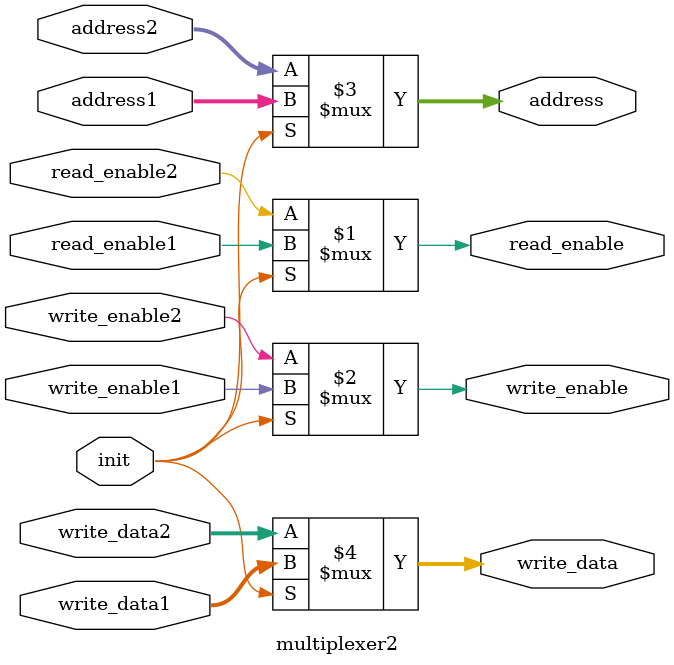
<source format=sv>

module multiplexer2
(
	input wire init,  // This signal selects which block controls the SRAM 
	
	input wire read_enable1,
	input wire write_enable1,
	input wire [18:0] address1,
	input wire [1535:0]write_data1,
	
	input wire read_enable2,
	input wire write_enable2,
	input wire [18:0] address2,
	input wire [1535:0]write_data2,
		
	output wire read_enable,
	output wire [18:0]address,
	output wire [1535:0]write_data,
	output wire write_enable

);

	/*
		
		The deisgn uses Multiplexers to make sure that SRAM gets only one set 
		of enabale signals so same signal does not conflict

		This Multiplexer seperates Testbench and Custom Design signal
	*/

	assign read_enable = (init) ? read_enable1 : read_enable2;
	assign write_enable = (init) ? write_enable1 : write_enable2;
	assign address = (init) ? address1 : address2;
	assign write_data = (init) ? write_data1 : write_data2;



endmodule

</source>
